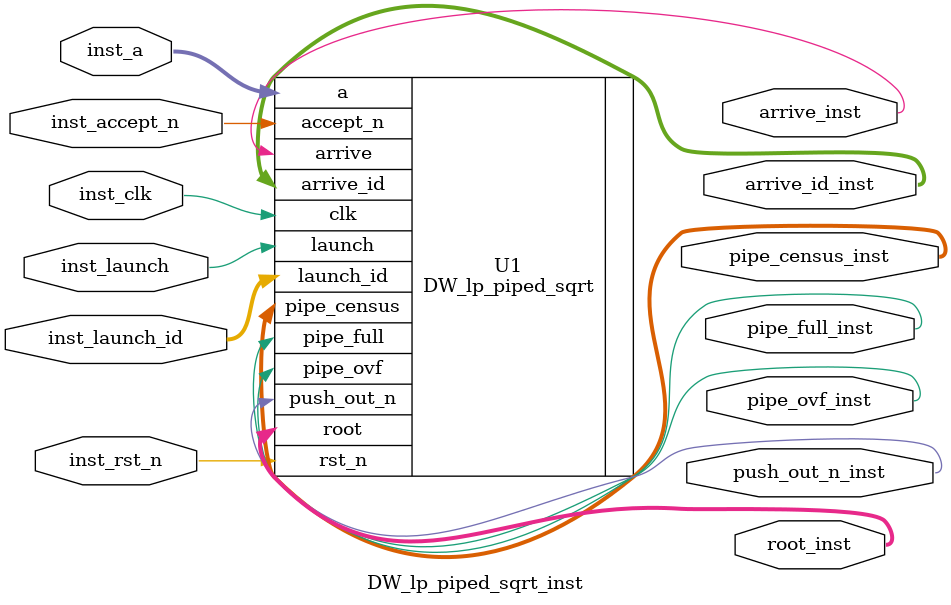
<source format=v>
module DW_lp_piped_sqrt_inst( inst_clk,
                              inst_rst_n,
                              inst_a,
                              root_inst,
                              inst_launch,
                       
                              inst_launch_id,
                              pipe_full_inst,
                              pipe_ovf_inst,
                              inst_accept_n,
                              arrive_inst,
                       
                              arrive_id_inst,
                              push_out_n_inst,
                              pipe_census_inst );

parameter width = 8;
parameter id_width = 8;
parameter in_reg = 0;
parameter stages = 4;
parameter out_reg = 0;
parameter tc_mode = 0;
parameter rst_mode = 0;
parameter op_iso_mode = 0;

`define m 5
`define bit_width_m 2

input inst_clk;
input inst_rst_n;
input [width-1 : 0] inst_a;
output [((width+1)/2)-1 : 0] root_inst;
input inst_launch;
input [id_width-1 : 0] inst_launch_id;
output pipe_full_inst;
output pipe_ovf_inst;
input inst_accept_n;
output arrive_inst;
output [id_width-1 : 0] arrive_id_inst;
output push_out_n_inst;
output [`bit_width_m-1 : 0] pipe_census_inst;

    // Instance of DW_lp_piped_sqrt
    DW_lp_piped_sqrt #(width,
                       id_width,
                       in_reg,
                       stages,
                       out_reg,
                       tc_mode,
                       rst_mode,
                       op_iso_mode)
	  U1 ( .clk(inst_clk),
                       .rst_n(inst_rst_n),
                       .a(inst_a),
                       .root(root_inst),
                       .launch(inst_launch),
                       .launch_id(inst_launch_id),
                       .pipe_full(pipe_full_inst),
                       .pipe_ovf(pipe_ovf_inst),
                       .accept_n(inst_accept_n),
                       .arrive(arrive_inst),
                       .arrive_id(arrive_id_inst),
                       .push_out_n(push_out_n_inst),
                       .pipe_census(pipe_census_inst) );

endmodule

</source>
